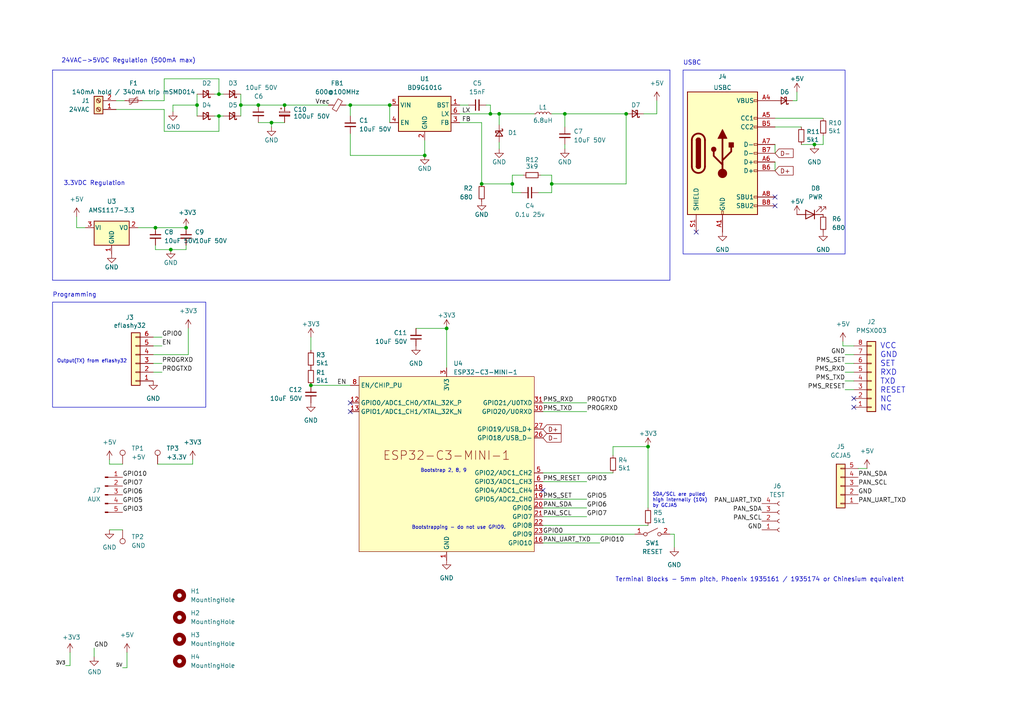
<source format=kicad_sch>
(kicad_sch (version 20230121) (generator eeschema)
  (paper "A4")
  (lib_symbols
    (symbol "Connector:Conn_01x04_Socket" (pin_names (offset 1.016) hide)
      (property "Reference" "J" (at 0 5.08 0))
      (property "Value" "Conn_01x04_Socket" (at 0 -7.62 0))
      (symbol "Conn_01x04_Socket_1_1"
        (pin passive line (at -5.08 2.54 0) (length 3.81) (name "Pin_1") (number "1"))
        (pin passive line (at -5.08 0 0) (length 3.81) (name "Pin_2") (number "2"))
        (pin passive line (at -5.08 -2.54 0) (length 3.81) (name "Pin_3") (number "3"))
        (pin passive line (at -5.08 -5.08 0) (length 3.81) (name "Pin_4") (number "4"))
      )
    )
    (symbol "Connector:Conn_01x05_Pin" (pin_names (offset 1.016) hide)
      (property "Reference" "J" (at 0 7.62 0))
      (property "Value" "Conn_01x05_Pin" (at 0 -7.62 0))
      (symbol "Conn_01x05_Pin_1_1"
        (pin passive line (at 5.08 5.08 180) (length 3.81) (name "Pin_1") (number "1"))
        (pin passive line (at 5.08 2.54 180) (length 3.81) (name "Pin_2") (number "2"))
        (pin passive line (at 5.08 0 180) (length 3.81) (name "Pin_3") (number "3"))
        (pin passive line (at 5.08 -2.54 180) (length 3.81) (name "Pin_4") (number "4"))
        (pin passive line (at 5.08 -5.08 180) (length 3.81) (name "Pin_5") (number "5"))
      )
    )
    (symbol "Connector:Screw_Terminal_01x02" (pin_names (offset 1.016) hide)
      (property "Reference" "J" (at 0 2.54 0))
      (property "Value" "Screw_Terminal_01x02" (at 0 -5.08 0))
      (symbol "Screw_Terminal_01x02_1_1"
        (pin passive line (at -5.08 0 0) (length 3.81) (name "Pin_1") (number "1"))
        (pin passive line (at -5.08 -2.54 0) (length 3.81) (name "Pin_2") (number "2"))
      )
    )
    (symbol "Connector:TestPoint" (pin_numbers hide) (pin_names (offset 0.762) hide)
      (property "Reference" "TP" (at 0 6.858 0))
      (property "Value" "TestPoint" (at 0 5.08 0))
      (symbol "TestPoint_1_1"
        (pin passive line (at 0 0 90) (length 2.54) (name "1") (number "1"))
      )
    )
    (symbol "Connector:USB_C_Receptacle_USB2.0" (pin_names (offset 1.016))
      (property "Reference" "J" (at -10.16 19.05 0))
      (property "Value" "USB_C_Receptacle_USB2.0" (at 19.05 19.05 0))
      (symbol "USB_C_Receptacle_USB2.0_1_1"
        (pin passive line (at 0 -22.86 90) (length 5.08) (name "GND") (number "A1"))
        (pin passive line (at 0 -22.86 90) (length 5.08) hide (name "GND") (number "A12"))
        (pin passive line (at 15.24 15.24 180) (length 5.08) (name "VBUS") (number "A4"))
        (pin bidirectional line (at 15.24 10.16 180) (length 5.08) (name "CC1") (number "A5"))
        (pin bidirectional line (at 15.24 -2.54 180) (length 5.08) (name "D+") (number "A6"))
        (pin bidirectional line (at 15.24 2.54 180) (length 5.08) (name "D-") (number "A7"))
        (pin bidirectional line (at 15.24 -12.7 180) (length 5.08) (name "SBU1") (number "A8"))
        (pin passive line (at 15.24 15.24 180) (length 5.08) hide (name "VBUS") (number "A9"))
        (pin passive line (at 0 -22.86 90) (length 5.08) hide (name "GND") (number "B1"))
        (pin passive line (at 0 -22.86 90) (length 5.08) hide (name "GND") (number "B12"))
        (pin passive line (at 15.24 15.24 180) (length 5.08) hide (name "VBUS") (number "B4"))
        (pin bidirectional line (at 15.24 7.62 180) (length 5.08) (name "CC2") (number "B5"))
        (pin bidirectional line (at 15.24 -5.08 180) (length 5.08) (name "D+") (number "B6"))
        (pin bidirectional line (at 15.24 0 180) (length 5.08) (name "D-") (number "B7"))
        (pin bidirectional line (at 15.24 -15.24 180) (length 5.08) (name "SBU2") (number "B8"))
        (pin passive line (at 15.24 15.24 180) (length 5.08) hide (name "VBUS") (number "B9"))
        (pin passive line (at -7.62 -22.86 90) (length 5.08) (name "SHIELD") (number "S1"))
      )
    )
    (symbol "Connector_Generic:Conn_01x05" (pin_names (offset 1.016) hide)
      (property "Reference" "J" (at 0 7.62 0))
      (property "Value" "Conn_01x05" (at 0 -7.62 0))
      (symbol "Conn_01x05_1_1"
        (pin passive line (at -5.08 5.08 0) (length 3.81) (name "Pin_1") (number "1"))
        (pin passive line (at -5.08 2.54 0) (length 3.81) (name "Pin_2") (number "2"))
        (pin passive line (at -5.08 0 0) (length 3.81) (name "Pin_3") (number "3"))
        (pin passive line (at -5.08 -2.54 0) (length 3.81) (name "Pin_4") (number "4"))
        (pin passive line (at -5.08 -5.08 0) (length 3.81) (name "Pin_5") (number "5"))
      )
    )
    (symbol "Connector_Generic:Conn_01x06" (pin_names (offset 1.016) hide)
      (property "Reference" "J" (at 0 7.62 0))
      (property "Value" "Conn_01x06" (at 0 -10.16 0))
      (symbol "Conn_01x06_1_1"
        (pin passive line (at -5.08 5.08 0) (length 3.81) (name "Pin_1") (number "1"))
        (pin passive line (at -5.08 2.54 0) (length 3.81) (name "Pin_2") (number "2"))
        (pin passive line (at -5.08 0 0) (length 3.81) (name "Pin_3") (number "3"))
        (pin passive line (at -5.08 -2.54 0) (length 3.81) (name "Pin_4") (number "4"))
        (pin passive line (at -5.08 -5.08 0) (length 3.81) (name "Pin_5") (number "5"))
        (pin passive line (at -5.08 -7.62 0) (length 3.81) (name "Pin_6") (number "6"))
      )
    )
    (symbol "Connector_Generic:Conn_01x08" (pin_names (offset 1.016) hide)
      (property "Reference" "J" (at 0 10.16 0))
      (property "Value" "Conn_01x08" (at 0 -12.7 0))
      (symbol "Conn_01x08_1_1"
        (pin passive line (at -5.08 7.62 0) (length 3.81) (name "Pin_1") (number "1"))
        (pin passive line (at -5.08 5.08 0) (length 3.81) (name "Pin_2") (number "2"))
        (pin passive line (at -5.08 2.54 0) (length 3.81) (name "Pin_3") (number "3"))
        (pin passive line (at -5.08 0 0) (length 3.81) (name "Pin_4") (number "4"))
        (pin passive line (at -5.08 -2.54 0) (length 3.81) (name "Pin_5") (number "5"))
        (pin passive line (at -5.08 -5.08 0) (length 3.81) (name "Pin_6") (number "6"))
        (pin passive line (at -5.08 -7.62 0) (length 3.81) (name "Pin_7") (number "7"))
        (pin passive line (at -5.08 -10.16 0) (length 3.81) (name "Pin_8") (number "8"))
      )
    )
    (symbol "Device:C_Polarized_Small" (pin_numbers hide) (pin_names (offset 0.254) hide)
      (property "Reference" "C" (at 0.254 1.778 0))
      (property "Value" "C_Polarized_Small" (at 0.254 -2.032 0))
      (symbol "C_Polarized_Small_1_1"
        (pin passive line (at 0 2.54 270) (length 1.8542) (name "~") (number "1"))
        (pin passive line (at 0 -2.54 90) (length 1.8542) (name "~") (number "2"))
      )
    )
    (symbol "Device:C_Small" (pin_numbers hide) (pin_names (offset 0.254) hide)
      (property "Reference" "C" (at 0.254 1.778 0))
      (property "Value" "C_Small" (at 0.254 -2.032 0))
      (symbol "C_Small_1_1"
        (pin passive line (at 0 2.54 270) (length 2.032) (name "~") (number "1"))
        (pin passive line (at 0 -2.54 90) (length 2.032) (name "~") (number "2"))
      )
    )
    (symbol "Device:D_Schottky_Small" (pin_numbers hide) (pin_names (offset 0.254) hide)
      (property "Reference" "D" (at -1.27 2.032 0))
      (property "Value" "D_Schottky_Small" (at -7.112 -2.032 0))
      (symbol "D_Schottky_Small_1_1"
        (pin passive line (at -2.54 0 0) (length 1.778) (name "K") (number "1"))
        (pin passive line (at 2.54 0 180) (length 1.778) (name "A") (number "2"))
      )
    )
    (symbol "Device:FerriteBead_Small" (pin_numbers hide) (pin_names (offset 0))
      (property "Reference" "FB" (at 1.905 1.27 0))
      (property "Value" "FerriteBead_Small" (at 1.905 -1.27 0))
      (symbol "FerriteBead_Small_1_1"
        (pin passive line (at 0 2.54 270) (length 1.27) (name "~") (number "1"))
        (pin passive line (at 0 -2.54 90) (length 1.27) (name "~") (number "2"))
      )
    )
    (symbol "Device:LED" (pin_numbers hide) (pin_names (offset 1.016) hide)
      (property "Reference" "D" (at 0 2.54 0))
      (property "Value" "LED" (at 0 -2.54 0))
      (symbol "LED_1_1"
        (pin passive line (at -3.81 0 0) (length 2.54) (name "K") (number "1"))
        (pin passive line (at 3.81 0 180) (length 2.54) (name "A") (number "2"))
      )
    )
    (symbol "Device:L_Small" (pin_numbers hide) (pin_names (offset 0.254) hide)
      (property "Reference" "L" (at 0.762 1.016 0))
      (property "Value" "L_Small" (at 0.762 -1.016 0))
      (symbol "L_Small_1_1"
        (pin passive line (at 0 2.54 270) (length 0.508) (name "~") (number "1"))
        (pin passive line (at 0 -2.54 90) (length 0.508) (name "~") (number "2"))
      )
    )
    (symbol "Device:Polyfuse_Small" (pin_numbers hide) (pin_names (offset 0))
      (property "Reference" "F" (at -1.905 0 90))
      (property "Value" "Polyfuse_Small" (at 1.905 0 90))
      (symbol "Polyfuse_Small_1_1"
        (pin passive line (at 0 2.54 270) (length 0.635) (name "~") (number "1"))
        (pin passive line (at 0 -2.54 90) (length 0.635) (name "~") (number "2"))
      )
    )
    (symbol "Device:R_Small" (pin_numbers hide) (pin_names (offset 0.254) hide)
      (property "Reference" "R" (at 0.762 0.508 0))
      (property "Value" "R_Small" (at 0.762 -1.016 0))
      (symbol "R_Small_1_1"
        (pin passive line (at 0 2.54 270) (length 0.762) (name "~") (number "1"))
        (pin passive line (at 0 -2.54 90) (length 0.762) (name "~") (number "2"))
      )
    )
    (symbol "Espressif:ESP32-C3-MINI-1"
      (property "Reference" "U" (at -25.4 30.48 0))
      (property "Value" "ESP32-C3-MINI-1" (at -25.4 27.94 0))
      (symbol "ESP32-C3-MINI-1_0_0"
        (text "ESP32-C3-MINI-1" (at 0 2.54 0) (effects (font (size 2.54 2.54))))
      )
      (symbol "ESP32-C3-MINI-1_1_1"
        (pin power_in line (at 0 -27.94 90) (length 2.54) (name "GND") (number "1"))
        (pin no_connect line (at -25.4 2.54 0) (length 2.54) hide (name "NC") (number "10"))
        (pin passive line (at 0 -27.94 90) (length 2.54) hide (name "GND") (number "11"))
        (pin bidirectional line (at -27.94 17.78 0) (length 2.54) (name "GPIO0/ADC1_CH0/XTAL_32K_P") (number "12"))
        (pin bidirectional line (at -27.94 15.24 0) (length 2.54) (name "GPIO1/ADC1_CH1/XTAL_32K_N") (number "13"))
        (pin passive line (at 0 -27.94 90) (length 2.54) hide (name "GND") (number "14"))
        (pin no_connect line (at -25.4 0 0) (length 2.54) hide (name "NC") (number "15"))
        (pin bidirectional line (at 27.94 -22.86 180) (length 2.54) (name "GPIO10") (number "16"))
        (pin no_connect line (at -25.4 -2.54 0) (length 2.54) hide (name "NC") (number "17"))
        (pin bidirectional line (at 27.94 -7.62 180) (length 2.54) (name "GPIO4/ADC1_CH4") (number "18"))
        (pin bidirectional line (at 27.94 -10.16 180) (length 2.54) (name "GPIO5/ADC2_CH0") (number "19"))
        (pin passive line (at 0 -27.94 90) (length 2.54) hide (name "GND") (number "2"))
        (pin bidirectional line (at 27.94 -12.7 180) (length 2.54) (name "GPIO6") (number "20"))
        (pin bidirectional line (at 27.94 -15.24 180) (length 2.54) (name "GPIO7") (number "21"))
        (pin bidirectional line (at 27.94 -17.78 180) (length 2.54) (name "GPIO8") (number "22"))
        (pin bidirectional line (at 27.94 -20.32 180) (length 2.54) (name "GPIO9") (number "23"))
        (pin no_connect line (at -25.4 -5.08 0) (length 2.54) hide (name "NC") (number "24"))
        (pin no_connect line (at -25.4 -7.62 0) (length 2.54) hide (name "NC") (number "25"))
        (pin bidirectional line (at 27.94 7.62 180) (length 2.54) (name "GPIO18/USB_D-") (number "26"))
        (pin bidirectional line (at 27.94 10.16 180) (length 2.54) (name "GPIO19/USB_D+") (number "27"))
        (pin no_connect line (at -25.4 -10.16 0) (length 2.54) hide (name "NC") (number "28"))
        (pin no_connect line (at -25.4 -12.7 0) (length 2.54) hide (name "NC") (number "29"))
        (pin power_in line (at 0 27.94 270) (length 2.54) (name "3V3") (number "3"))
        (pin bidirectional line (at 27.94 15.24 180) (length 2.54) (name "GPIO20/U0RXD") (number "30"))
        (pin bidirectional line (at 27.94 17.78 180) (length 2.54) (name "GPIO21/U0TXD") (number "31"))
        (pin no_connect line (at -25.4 -15.24 0) (length 2.54) hide (name "NC") (number "32"))
        (pin no_connect line (at -25.4 -17.78 0) (length 2.54) hide (name "NC") (number "33"))
        (pin no_connect line (at -25.4 -20.32 0) (length 2.54) hide (name "NC") (number "34"))
        (pin no_connect line (at -25.4 -22.86 0) (length 2.54) hide (name "NC") (number "35"))
        (pin passive line (at 0 -27.94 90) (length 2.54) hide (name "GND") (number "36"))
        (pin passive line (at 0 -27.94 90) (length 2.54) hide (name "GND") (number "37"))
        (pin passive line (at 0 -27.94 90) (length 2.54) hide (name "GND") (number "38"))
        (pin passive line (at 0 -27.94 90) (length 2.54) hide (name "GND") (number "39"))
        (pin no_connect line (at -25.4 10.16 0) (length 2.54) hide (name "NC") (number "4"))
        (pin passive line (at 0 -27.94 90) (length 2.54) hide (name "GND") (number "40"))
        (pin passive line (at 0 -27.94 90) (length 2.54) hide (name "GND") (number "41"))
        (pin passive line (at 0 -27.94 90) (length 2.54) hide (name "GND") (number "42"))
        (pin passive line (at 0 -27.94 90) (length 2.54) hide (name "GND") (number "43"))
        (pin passive line (at 0 -27.94 90) (length 2.54) hide (name "GND") (number "44"))
        (pin passive line (at 0 -27.94 90) (length 2.54) hide (name "GND") (number "45"))
        (pin passive line (at 0 -27.94 90) (length 2.54) hide (name "GND") (number "46"))
        (pin passive line (at 0 -27.94 90) (length 2.54) hide (name "GND") (number "47"))
        (pin passive line (at 0 -27.94 90) (length 2.54) hide (name "GND") (number "48"))
        (pin passive line (at 0 -27.94 90) (length 2.54) hide (name "GND") (number "49"))
        (pin bidirectional line (at 27.94 -2.54 180) (length 2.54) (name "GPIO2/ADC1_CH2") (number "5"))
        (pin passive line (at 0 -27.94 90) (length 2.54) hide (name "GND") (number "50"))
        (pin passive line (at 0 -27.94 90) (length 2.54) hide (name "GND") (number "51"))
        (pin passive line (at 0 -27.94 90) (length 2.54) hide (name "GND") (number "52"))
        (pin passive line (at 0 -27.94 90) (length 2.54) hide (name "GND") (number "53"))
        (pin bidirectional line (at 27.94 -5.08 180) (length 2.54) (name "GPIO3/ADC1_CH3") (number "6"))
        (pin no_connect line (at -25.4 7.62 0) (length 2.54) hide (name "NC") (number "7"))
        (pin input line (at -27.94 22.86 0) (length 2.54) (name "EN/CHIP_PU") (number "8"))
        (pin no_connect line (at -25.4 5.08 0) (length 2.54) hide (name "NC") (number "9"))
      )
    )
    (symbol "GND_1" (power) (pin_names (offset 0))
      (property "Value" "GND_1" (at 0 -3.81 0))
      (symbol "GND_1_1_1"
        (pin power_in line (at 0 0 270) (length 0) hide (name "GND") (number "1"))
      )
    )
    (symbol "Mechanical:MountingHole" (pin_names (offset 1.016))
      (property "Reference" "H" (at 0 5.08 0))
      (property "Value" "MountingHole" (at 0 3.175 0))
    )
    (symbol "Regulator_Linear:AP1117-33" (pin_names (offset 0.254))
      (property "Reference" "U" (at -3.81 3.175 0))
      (property "Value" "AP1117-33" (at 0 3.175 0))
      (symbol "AP1117-33_1_1"
        (pin power_in line (at 0 -7.62 90) (length 2.54) (name "GND") (number "1"))
        (pin power_out line (at 7.62 0 180) (length 2.54) (name "VO") (number "2"))
        (pin power_in line (at -7.62 0 0) (length 2.54) (name "VI") (number "3"))
      )
    )
    (symbol "Regulator_Switching:AOZ1280CI"
      (property "Reference" "U" (at -6.35 -6.35 0))
      (property "Value" "AOZ1280CI" (at -2.54 6.35 0))
      (symbol "AOZ1280CI_1_1"
        (pin input line (at 10.16 2.54 180) (length 2.54) (name "BST") (number "1"))
        (pin power_in line (at 0 -7.62 90) (length 2.54) (name "GND") (number "2"))
        (pin input line (at 10.16 -2.54 180) (length 2.54) (name "FB") (number "3"))
        (pin input line (at -10.16 -2.54 0) (length 2.54) (name "EN") (number "4"))
        (pin power_in line (at -10.16 2.54 0) (length 2.54) (name "VIN") (number "5"))
        (pin power_out line (at 10.16 0 180) (length 2.54) (name "LX") (number "6"))
      )
    )
    (symbol "Switch:SW_SPST" (pin_names (offset 0) hide)
      (property "Reference" "SW" (at 0 3.175 0))
      (property "Value" "SW_SPST" (at 0 -2.54 0))
      (symbol "SW_SPST_1_1"
        (pin passive line (at -5.08 0 0) (length 2.54) (name "A") (number "1"))
        (pin passive line (at 5.08 0 180) (length 2.54) (name "B") (number "2"))
      )
    )
    (symbol "power:+3V3" (power) (pin_names (offset 0))
      (property "Value" "+3V3" (at 0 3.556 0))
      (symbol "+3V3_1_1"
        (pin power_in line (at 0 0 90) (length 0) hide (name "+3V3") (number "1"))
      )
    )
    (symbol "power:+5V" (power) (pin_names (offset 0))
      (property "Value" "+5V" (at 0 3.556 0))
      (symbol "+5V_1_1"
        (pin power_in line (at 0 0 90) (length 0) hide (name "+5V") (number "1"))
      )
    )
    (symbol "power:GND" (power) (pin_names (offset 0))
      (property "Value" "GND" (at 0 -3.81 0))
      (symbol "GND_1_1"
        (pin power_in line (at 0 0 270) (length 0) hide (name "GND") (number "1"))
      )
    )
  )
  (junction (at 236.22 41.91))
  (junction (at 82.55 30.48))
  (junction (at 63.5 27.305))
  (junction (at 53.975 66.04))
  (junction (at 69.85 30.48))
  (junction (at 123.19 45.085))
  (junction (at 181.61 33.02))
  (junction (at 45.085 66.04))
  (junction (at 78.74 35.56))
  (junction (at 57.15 30.48))
  (junction (at 113.03 30.48))
  (junction (at 63.5 33.655))
  (junction (at 49.53 72.39))
  (junction (at 142.24 33.02))
  (junction (at 90.17 111.76))
  (junction (at 163.83 33.02))
  (junction (at 187.96 129.54))
  (junction (at 74.93 30.48))
  (junction (at 129.54 95.25))
  (junction (at 160.02 53.34))
  (junction (at 148.59 53.34))
  (junction (at 139.7 53.34))
  (junction (at 144.78 33.02))
  (junction (at 101.6 30.48))
  (no_connect (at 201.93 67.31))
  (no_connect (at 247.65 118.11))
  (no_connect (at 224.79 59.69))
  (no_connect (at 157.48 142.24))
  (no_connect (at 101.6 116.84))
  (no_connect (at 247.65 115.57))
  (no_connect (at 224.79 57.15))
  (no_connect (at 101.6 119.38))
  (wire (pts (xy 45.085 72.39) (xy 49.53 72.39)))
  (wire (pts (xy 129.54 95.25) (xy 129.54 106.68)))
  (wire (pts (xy 41.275 29.21) (xy 47.625 29.21)))
  (wire (pts (xy 160.02 55.88) (xy 156.21 55.88)))
  (wire (pts (xy 194.31 154.94) (xy 195.58 154.94)))
  (wire (pts (xy 231.14 29.21) (xy 231.14 26.67)))
  (wire (pts (xy 157.48 154.94) (xy 184.15 154.94)))
  (wire (pts (xy 45.085 66.04) (xy 53.975 66.04)))
  (wire (pts (xy 50.165 30.48) (xy 57.15 30.48)))
  (polyline (pts (xy 194.31 20.32) (xy 194.31 81.28)))
  (wire (pts (xy 45.72 134.62) (xy 55.88 134.62)))
  (wire (pts (xy 101.6 45.085) (xy 123.19 45.085)))
  (wire (pts (xy 35.56 193.675) (xy 36.83 193.675)))
  (wire (pts (xy 63.5 33.655) (xy 63.5 38.1)))
  (wire (pts (xy 157.48 157.48) (xy 173.99 157.48)))
  (wire (pts (xy 55.88 134.62) (xy 55.88 133.35)))
  (wire (pts (xy 157.48 144.78) (xy 170.18 144.78)))
  (polyline (pts (xy 194.31 81.28) (xy 15.24 81.28)))
  (wire (pts (xy 247.65 100.33) (xy 244.475 100.33)))
  (wire (pts (xy 36.83 189.23) (xy 36.83 193.675)))
  (wire (pts (xy 90.17 111.76) (xy 101.6 111.76)))
  (wire (pts (xy 148.59 53.34) (xy 148.59 55.88)))
  (wire (pts (xy 244.475 100.33) (xy 244.475 99.06)))
  (wire (pts (xy 224.79 46.99) (xy 224.79 49.53)))
  (wire (pts (xy 62.23 33.655) (xy 63.5 33.655)))
  (wire (pts (xy 157.48 149.86) (xy 170.18 149.86)))
  (wire (pts (xy 177.8 132.08) (xy 177.8 129.54)))
  (wire (pts (xy 123.19 40.64) (xy 123.19 45.085)))
  (wire (pts (xy 157.48 137.16) (xy 177.8 137.16)))
  (wire (pts (xy 69.85 27.305) (xy 69.85 30.48)))
  (wire (pts (xy 44.45 100.33) (xy 46.99 100.33)))
  (wire (pts (xy 245.11 107.95) (xy 247.65 107.95)))
  (wire (pts (xy 31.75 134.62) (xy 31.75 133.35)))
  (wire (pts (xy 63.5 33.655) (xy 64.77 33.655)))
  (wire (pts (xy 160.02 53.34) (xy 160.02 55.88)))
  (wire (pts (xy 139.7 53.34) (xy 148.59 53.34)))
  (wire (pts (xy 163.83 33.02) (xy 160.02 33.02)))
  (wire (pts (xy 74.93 30.48) (xy 82.55 30.48)))
  (wire (pts (xy 35.56 134.62) (xy 31.75 134.62)))
  (wire (pts (xy 27.305 187.96) (xy 27.305 190.5)))
  (wire (pts (xy 224.79 34.29) (xy 238.76 34.29)))
  (wire (pts (xy 82.55 35.56) (xy 78.74 35.56)))
  (wire (pts (xy 57.15 27.305) (xy 57.15 30.48)))
  (wire (pts (xy 133.35 30.48) (xy 135.89 30.48)))
  (wire (pts (xy 139.7 35.56) (xy 133.35 35.56)))
  (wire (pts (xy 177.8 129.54) (xy 187.96 129.54)))
  (polyline (pts (xy 15.24 20.32) (xy 194.31 20.32)))
  (wire (pts (xy 47.625 22.86) (xy 63.5 22.86)))
  (wire (pts (xy 50.165 30.48) (xy 50.165 32.385)))
  (wire (pts (xy 160.02 53.34) (xy 181.61 53.34)))
  (wire (pts (xy 40.005 66.04) (xy 45.085 66.04)))
  (wire (pts (xy 163.83 36.83) (xy 163.83 33.02)))
  (wire (pts (xy 181.61 33.02) (xy 181.61 53.34)))
  (wire (pts (xy 142.24 30.48) (xy 142.24 33.02)))
  (wire (pts (xy 236.22 41.91) (xy 238.76 41.91)))
  (wire (pts (xy 100.33 30.48) (xy 101.6 30.48)))
  (wire (pts (xy 46.99 105.41) (xy 44.45 105.41)))
  (wire (pts (xy 45.085 71.12) (xy 45.085 72.39)))
  (wire (pts (xy 232.41 41.91) (xy 236.22 41.91)))
  (wire (pts (xy 33.655 31.75) (xy 47.625 31.75)))
  (wire (pts (xy 224.79 41.91) (xy 224.79 44.45)))
  (wire (pts (xy 57.15 30.48) (xy 57.15 33.655)))
  (wire (pts (xy 160.02 50.8) (xy 160.02 53.34)))
  (wire (pts (xy 63.5 27.305) (xy 63.5 22.86)))
  (wire (pts (xy 33.655 29.21) (xy 36.195 29.21)))
  (wire (pts (xy 46.99 97.79) (xy 44.45 97.79)))
  (wire (pts (xy 186.69 33.02) (xy 190.5 33.02)))
  (wire (pts (xy 63.5 38.1) (xy 47.625 38.1)))
  (wire (pts (xy 224.79 36.83) (xy 232.41 36.83)))
  (wire (pts (xy 53.975 72.39) (xy 49.53 72.39)))
  (wire (pts (xy 53.975 71.12) (xy 53.975 72.39)))
  (wire (pts (xy 144.78 33.02) (xy 154.94 33.02)))
  (wire (pts (xy 101.6 30.48) (xy 113.03 30.48)))
  (wire (pts (xy 157.48 147.32) (xy 170.18 147.32)))
  (wire (pts (xy 54.61 102.87) (xy 54.61 95.25)))
  (wire (pts (xy 44.45 102.87) (xy 54.61 102.87)))
  (wire (pts (xy 69.85 30.48) (xy 74.93 30.48)))
  (wire (pts (xy 148.59 55.88) (xy 151.13 55.88)))
  (wire (pts (xy 133.35 33.02) (xy 142.24 33.02)))
  (wire (pts (xy 157.48 119.38) (xy 170.18 119.38)))
  (wire (pts (xy 163.83 43.18) (xy 163.83 41.91)))
  (wire (pts (xy 31.75 153.67) (xy 35.56 153.67)))
  (wire (pts (xy 20.32 193.04) (xy 19.05 193.04)))
  (wire (pts (xy 139.7 53.34) (xy 139.7 35.56)))
  (wire (pts (xy 101.6 30.48) (xy 101.6 33.655)))
  (wire (pts (xy 187.96 129.54) (xy 187.96 147.32)))
  (wire (pts (xy 247.65 102.87) (xy 245.11 102.87)))
  (wire (pts (xy 245.11 113.03) (xy 247.65 113.03)))
  (wire (pts (xy 157.48 116.84) (xy 170.18 116.84)))
  (wire (pts (xy 69.85 30.48) (xy 69.85 33.655)))
  (wire (pts (xy 156.845 50.8) (xy 160.02 50.8)))
  (wire (pts (xy 140.97 30.48) (xy 142.24 30.48)))
  (wire (pts (xy 129.54 95.25) (xy 120.65 95.25)))
  (wire (pts (xy 245.11 105.41) (xy 247.65 105.41)))
  (wire (pts (xy 74.93 35.56) (xy 78.74 35.56)))
  (wire (pts (xy 238.76 41.91) (xy 238.76 39.37)))
  (wire (pts (xy 63.5 27.305) (xy 64.77 27.305)))
  (wire (pts (xy 20.32 189.23) (xy 20.32 193.04)))
  (wire (pts (xy 163.83 33.02) (xy 181.61 33.02)))
  (wire (pts (xy 248.92 135.89) (xy 251.46 135.89)))
  (wire (pts (xy 78.74 35.56) (xy 78.74 36.83)))
  (wire (pts (xy 82.55 30.48) (xy 95.25 30.48)))
  (wire (pts (xy 148.59 50.8) (xy 151.765 50.8)))
  (wire (pts (xy 22.225 66.04) (xy 22.225 62.865)))
  (wire (pts (xy 148.59 50.8) (xy 148.59 53.34)))
  (wire (pts (xy 229.87 29.21) (xy 231.14 29.21)))
  (wire (pts (xy 142.24 33.02) (xy 144.78 33.02)))
  (wire (pts (xy 144.78 43.18) (xy 144.78 41.275)))
  (wire (pts (xy 24.765 66.04) (xy 22.225 66.04)))
  (wire (pts (xy 190.5 29.21) (xy 190.5 33.02)))
  (wire (pts (xy 44.45 107.95) (xy 46.99 107.95)))
  (wire (pts (xy 101.6 38.735) (xy 101.6 45.085)))
  (wire (pts (xy 113.03 30.48) (xy 113.03 35.56)))
  (polyline (pts (xy 15.24 20.32) (xy 15.24 81.28)))
  (wire (pts (xy 157.48 152.4) (xy 187.96 152.4)))
  (wire (pts (xy 62.23 27.305) (xy 63.5 27.305)))
  (wire (pts (xy 245.11 110.49) (xy 247.65 110.49)))
  (wire (pts (xy 144.78 36.195) (xy 144.78 33.02)))
  (wire (pts (xy 47.625 29.21) (xy 47.625 22.86)))
  (wire (pts (xy 90.17 97.79) (xy 90.17 101.6)))
  (wire (pts (xy 47.625 38.1) (xy 47.625 31.75)))
  (wire (pts (xy 195.58 154.94) (xy 195.58 158.75)))
  (wire (pts (xy 157.48 139.7) (xy 170.18 139.7)))
  (rectangle (start 198.12 20.32) (end 245.11 73.66))
  (rectangle (start 15.24 87.63) (end 59.69 118.11))
  (text "VCC\nGND\nSET\nRXD\nTXD\nRESET\nNC\nNC" (at 255.27 119.38 0) (effects (font (size 1.6 1.6)) (justify left bottom)))
  (text "Bootstrapping - do not use GPIO9." (at 119.38 153.67 0) (effects (font (size 1 1)) (justify left bottom)))
  (text "Programming" (at 15.24 86.36 0) (effects (font (size 1.27 1.27)) (justify left bottom)))
  (text "3.3VDC Regulation" (at 18.415 53.975 0) (effects (font (size 1.27 1.27)) (justify left bottom)))
  (text "Bootstrap 2, 8, 9" (at 121.92 137.16 0) (effects (font (size 1 1)) (justify left bottom)))
  (text "USBC" (at 198.12 19.05 0) (effects (font (size 1.27 1.27)) (justify left bottom)))
  (text "24VAC->5VDC Regulation (500mA max)" (at 17.78 18.415 0) (effects (font (size 1.27 1.27)) (justify left bottom)))
  (text "Terminal Blocks - 5mm pitch, Phoenix 1935161 / 1935174 or Chinesium equivalent" (at 178.435 168.91 0) (effects (font (size 1.27 1.27)) (justify left bottom)))
  (text "Output(TX) from eflashy32" (at 16.51 105.41 0) (effects (font (size 1 1)) (justify left bottom)))
  (text "SDA/SCL are pulled \nhigh internally (10k)\nby GCJA5" (at 189.23 147.32 0) (effects (font (size 1 1)) (justify left bottom)))
  (label "GND" (at 245.11 102.87 180))
  (label "GPIO5" (at 35.56 146.05 0))
  (label "PAN_UART_TXD" (at 248.92 146.05 0))
  (label "GPIO10" (at 35.56 138.43 0))
  (label "GPIO6" (at 170.18 147.32 0))
  (label "GPIO0" (at 46.99 97.79 0))
  (label "GPIO3" (at 35.56 148.59 0))
  (label "PAN_SDA" (at 220.98 148.59 180))
  (label "GPIO0" (at 157.48 154.94 0))
  (label "PAN_SDA" (at 157.48 147.32 0))
  (label "PROGRXD" (at 170.18 119.38 0))
  (label "PAN_SCL" (at 220.98 151.13 180))
  (label "PMS_SET" (at 157.48 144.78 0))
  (label "Vrec" (at 91.44 30.48 0))
  (label "EN" (at 46.99 100.33 0))
  (label "GND" (at 220.98 153.67 180))
  (label "PROGRXD" (at 46.99 105.41 0))
  (label "PROGTXD" (at 46.99 107.95 0))
  (label "LX" (at 133.985 33.02 0))
  (label "PAN_SCL" (at 248.92 140.97 0))
  (label "PMS_RXD" (at 245.11 107.95 180))
  (label "GND" (at 248.92 143.51 0))
  (label "PMS_RESET" (at 157.48 139.7 0))
  (label "PMS_RESET" (at 245.11 113.03 180))
  (label "PAN_UART_TXD" (at 157.48 157.48 0))
  (label "GPIO7" (at 170.18 149.86 0))
  (label "5V" (at 35.56 193.675 180) (effects (font (size 0.9906 0.9906))))
  (label "GPIO7" (at 35.56 140.97 0))
  (label "PAN_SDA" (at 248.92 138.43 0))
  (label "GND" (at 27.305 187.96 0))
  (label "FB" (at 133.985 35.56 0))
  (label "PMS_TXD" (at 157.48 119.38 0))
  (label "PAN_UART_TXD" (at 220.98 146.05 180))
  (label "EN" (at 97.79 111.76 0))
  (label "PROGTXD" (at 170.18 116.84 0))
  (label "PMS_TXD" (at 245.11 110.49 180))
  (label "PMS_SET" (at 245.11 105.41 180))
  (label "GPIO6" (at 35.56 143.51 0))
  (label "GPIO3" (at 170.18 139.7 0))
  (label "GPIO5" (at 170.18 144.78 0))
  (label "PAN_SCL" (at 157.48 149.86 0))
  (label "3V3" (at 19.05 193.04 180) (effects (font (size 0.9906 0.9906))))
  (label "GPIO10" (at 173.99 157.48 0))
  (label "PMS_RXD" (at 157.48 116.84 0))
  (global_label "D+" (shape input) (at 157.48 124.46 0) (property "Intersheetrefs" "${INTERSHEET_REFS}" (effects hide)))
  (global_label "D-" (shape input) (at 157.48 127 0) (property "Intersheetrefs" "${INTERSHEET_REFS}" (effects hide)))
  (global_label "D-" (shape input) (at 224.79 44.45 0) (property "Intersheetrefs" "${INTERSHEET_REFS}" (effects hide)))
  (global_label "D+" (shape input) (at 224.79 49.53 0) (property "Intersheetrefs" "${INTERSHEET_REFS}" (effects hide)))
  (symbol (lib_id "power:+3V3") (at 20.32 189.23 0) (unit 1)
    (property "Reference" "#PWR016" (effects hide))
    (property "Value" "+3V3" (at 20.701 184.8358 0))
  )
  (symbol (lib_name "GND_1") (lib_id "power:GND") (at 31.75 153.67 0) (unit 1)
    (property "Reference" "#PWR017" (effects hide))
    (property "Value" "GND" (at 31.75 158.75 0))
  )
  (symbol (lib_id "power:GND") (at 163.83 43.18 0) (unit 1)
    (property "Reference" "#PWR0108" (effects hide))
    (property "Value" "GND" (at 163.83 46.99 0))
  )
  (symbol (lib_name "GND_1") (lib_id "power:GND") (at 90.17 116.84 0) (unit 1)
    (property "Reference" "#PWR05" (effects hide))
    (property "Value" "GND" (at 90.17 121.92 0))
  )
  (symbol (lib_name "GND_1") (lib_id "power:GND") (at 209.55 67.31 0) (unit 1)
    (property "Reference" "#PWR013" (effects hide))
    (property "Value" "GND" (at 209.55 72.39 0))
  )
  (symbol (lib_id "Connector:Conn_01x04_Socket") (at 226.06 151.13 0) (mirror x) (unit 1)
    (property "Reference" "J6" (at 225.425 140.97 0))
    (property "Value" "TEST" (at 225.425 143.51 0))
    (property "Footprint" "Connector_PinHeader_2.54mm:PinHeader_1x04_P2.54mm_Vertical" (effects hide))
  )
  (symbol (lib_id "Regulator_Linear:AP1117-33") (at 32.385 66.04 0) (unit 1)
    (property "Reference" "U3" (at 32.385 58.42 0))
    (property "Value" "AMS1117-3.3" (at 32.385 60.96 0))
    (property "Footprint" "Package_TO_SOT_SMD:SOT-223-3_TabPin2" (effects hide))
    (property "Datasheet" "http://www.diodes.com/datasheets/AP1117.pdf" (effects hide))
    (property "LCSC" "C6186" (effects hide))
  )
  (symbol (lib_name "GND_1") (lib_id "power:GND") (at 238.76 67.31 0) (unit 1)
    (property "Reference" "#PWR015" (effects hide))
    (property "Value" "GND" (at 238.76 72.39 0))
  )
  (symbol (lib_id "Connector:TestPoint") (at 35.56 153.67 180) (unit 1)
    (property "Reference" "TP2" (at 38.1 155.702 0) (effects (justify right)))
    (property "Value" "GND" (at 38.1 158.242 0) (effects (justify right)))
    (property "Footprint" "TestPoint:TestPoint_Pad_D2.5mm" (effects hide))
  )
  (symbol (lib_id "Mechanical:MountingHole") (at 52.07 172.72 0) (unit 1)
    (property "Reference" "H1" (at 55.245 171.4499 0) (effects (justify left)))
    (property "Value" "MountingHole" (at 55.245 173.9899 0) (effects (justify left)))
    (property "Footprint" "MountingHole:MountingHole_3.2mm_M3" (effects hide))
  )
  (symbol (lib_id "Device:L_Small") (at 157.48 33.02 90) (unit 1)
    (property "Reference" "L1" (at 157.48 31.115 90))
    (property "Value" "6.8uH" (at 157.48 34.925 90))
    (property "Footprint" "Inductor_SMD:L_Sunlord_SWPA5012S" (effects hide))
    (property "LCSC" "C96909" (effects hide))
  )
  (symbol (lib_id "power:+3V3") (at 54.61 95.25 0) (unit 1)
    (property "Reference" "#PWR06" (effects hide))
    (property "Value" "+3V3" (at 54.61 90.17 0))
  )
  (symbol (lib_id "Device:C_Small") (at 163.83 39.37 0) (unit 1)
    (property "Reference" "C7" (at 166.37 38.1063 0) (effects (justify left)))
    (property "Value" "10uF 50V" (at 166.37 40.6463 0) (effects (justify left)))
    (property "Footprint" "Capacitor_SMD:C_1206_3216Metric" (effects hide))
    (property "LCSC" "C13585" (effects hide))
  )
  (symbol (lib_id "power:GND") (at 78.74 36.83 0) (unit 1)
    (property "Reference" "#PWR0111" (effects hide))
    (property "Value" "GND" (at 78.74 40.64 0))
  )
  (symbol (lib_id "Device:C_Small") (at 53.975 68.58 0) (unit 1)
    (property "Reference" "C9" (at 56.515 67.31 0) (effects (justify left)))
    (property "Value" "10uF 50V" (at 56.515 69.85 0) (effects (justify left)))
    (property "Footprint" "Capacitor_SMD:C_1206_3216Metric" (effects hide))
    (property "LCSC" "C13585" (effects hide))
  )
  (symbol (lib_id "Device:R_Small") (at 154.305 50.8 90) (unit 1)
    (property "Reference" "R12" (at 154.305 46.355 90))
    (property "Value" "3k9" (at 154.305 48.26 90))
    (property "Footprint" "Resistor_SMD:R_0402_1005Metric" (effects hide))
    (property "LCSC" "C51721" (effects hide))
  )
  (symbol (lib_id "Device:C_Small") (at 90.17 114.3 0) (mirror x) (unit 1)
    (property "Reference" "C12" (at 87.63 113.0299 0) (effects (justify right)))
    (property "Value" "10uF 50V" (at 87.63 115.5699 0) (effects (justify right)))
    (property "Footprint" "Capacitor_SMD:C_1206_3216Metric" (effects hide))
    (property "LCSC" "C13585" (effects hide))
  )
  (symbol (lib_id "power:+5V") (at 231.14 62.23 0) (unit 1)
    (property "Reference" "#PWR014" (effects hide))
    (property "Value" "+5V" (at 231.14 58.42 0))
  )
  (symbol (lib_name "GND_1") (lib_id "power:GND") (at 129.54 162.56 0) (unit 1)
    (property "Reference" "#PWR07" (effects hide))
    (property "Value" "GND" (at 129.54 167.64 0))
  )
  (symbol (lib_id "Device:R_Small") (at 90.17 104.14 0) (unit 1)
    (property "Reference" "R3" (at 91.6686 102.9716 0) (effects (justify left)))
    (property "Value" "5k1" (at 91.6686 105.283 0) (effects (justify left)))
    (property "Footprint" "Resistor_SMD:R_0402_1005Metric" (effects hide))
    (property "LCSC" "C25905" (effects hide))
  )
  (symbol (lib_id "Switch:SW_SPST") (at 189.23 154.94 0) (unit 1)
    (property "Reference" "SW1" (at 189.23 157.48 0))
    (property "Value" "RESET" (at 189.23 160.02 0))
    (property "Footprint" "Button_Switch_SMD:SW_Push_1P1T_XKB_TS-1187A" (effects hide))
    (property "LCSC" "C318884" (effects hide))
  )
  (symbol (lib_id "Connector:USB_C_Receptacle_USB2.0") (at 209.55 44.45 0) (unit 1)
    (property "Reference" "J4" (at 209.55 22.225 0))
    (property "Value" "USBC" (at 209.55 25.4 0))
    (property "Footprint" "Connector_USB:USB_C_Receptacle_GCT_USB4105-xx-A_16P_TopMnt_Horizontal" (effects hide))
    (property "Datasheet" "https://www.usb.org/sites/default/files/documents/usb_type-c.zip" (effects hide))
    (property "LCSC" "C2765186" (effects hide))
  )
  (symbol (lib_id "Connector:TestPoint") (at 35.56 134.62 0) (unit 1)
    (property "Reference" "TP1" (at 38.1 130.048 0) (effects (justify left)))
    (property "Value" "+5V" (at 38.1 132.588 0) (effects (justify left)))
    (property "Footprint" "TestPoint:TestPoint_Pad_D2.5mm" (effects hide))
  )
  (symbol (lib_id "Device:C_Small") (at 138.43 30.48 90) (unit 1)
    (property "Reference" "C5" (at 138.4363 24.13 90))
    (property "Value" "15nF" (at 138.4363 26.67 90))
    (property "Footprint" "Capacitor_SMD:C_0603_1608Metric" (effects hide))
    (property "LCSC" "C1596" (effects hide))
  )
  (symbol (lib_id "Connector_Generic:Conn_01x08") (at 252.73 110.49 0) (mirror x) (unit 1)
    (property "Reference" "J2" (at 252.73 93.345 0))
    (property "Value" "PMSX003" (at 252.73 95.885 0))
    (property "Footprint" "Connector_Molex:Molex_PicoBlade_53261-0871_1x08-1MP_P1.25mm_Horizontal" (effects hide))
    (property "LCSC" "C293349" (effects hide))
  )
  (symbol (lib_id "power:+3V3") (at 53.975 66.04 0) (unit 1)
    (property "Reference" "#PWR0104" (effects hide))
    (property "Value" "+3V3" (at 54.356 61.6458 0))
  )
  (symbol (lib_id "power:+5V") (at 31.75 133.35 0) (unit 1)
    (property "Reference" "#PWR018" (effects hide))
    (property "Value" "+5V" (at 31.75 128.27 0))
  )
  (symbol (lib_id "power:GND") (at 32.385 73.66 0) (unit 1)
    (property "Reference" "#PWR0110" (effects hide))
    (property "Value" "GND" (at 32.385 77.47 0))
  )
  (symbol (lib_id "Device:R_Small") (at 177.8 134.62 0) (unit 1)
    (property "Reference" "R4" (at 179.2986 133.4516 0) (effects (justify left)))
    (property "Value" "5k1" (at 179.2986 135.763 0) (effects (justify left)))
    (property "Footprint" "Resistor_SMD:R_0402_1005Metric" (effects hide))
    (property "LCSC" "C25905" (effects hide))
  )
  (symbol (lib_id "Device:C_Small") (at 101.6 36.195 0) (unit 1)
    (property "Reference" "C1" (at 104.14 34.925 0) (effects (justify left)))
    (property "Value" "10uF 50V" (at 104.14 37.465 0) (effects (justify left)))
    (property "Footprint" "Capacitor_SMD:C_1206_3216Metric" (effects hide))
    (property "LCSC" "C13585" (effects hide))
  )
  (symbol (lib_id "Device:D_Schottky_Small") (at 67.31 33.655 180) (unit 1)
    (property "Reference" "D5" (at 67.564 30.48 0))
    (property "Value" "SS210" (effects hide))
    (property "Footprint" "Diode_SMD:D_SMA" (effects hide))
    (property "LCSC" "C14996" (effects hide))
  )
  (symbol (lib_name "GND_1") (lib_id "power:GND") (at 120.65 100.33 0) (unit 1)
    (property "Reference" "#PWR03" (effects hide))
    (property "Value" "GND" (at 120.65 105.41 0))
  )
  (symbol (lib_id "Device:D_Schottky_Small") (at 67.31 27.305 180) (unit 1)
    (property "Reference" "D3" (at 67.564 24.13 0))
    (property "Value" "SS210" (effects hide))
    (property "Footprint" "Diode_SMD:D_SMA" (effects hide))
    (property "LCSC" "C14996" (effects hide))
  )
  (symbol (lib_name "GND_1") (lib_id "power:GND") (at 195.58 158.75 0) (unit 1)
    (property "Reference" "#PWR010" (effects hide))
    (property "Value" "GND" (at 195.58 163.83 0))
  )
  (symbol (lib_id "Device:C_Small") (at 120.65 97.79 0) (mirror x) (unit 1)
    (property "Reference" "C11" (at 118.11 96.5199 0) (effects (justify right)))
    (property "Value" "10uF 50V" (at 118.11 99.0599 0) (effects (justify right)))
    (property "Footprint" "Capacitor_SMD:C_1206_3216Metric" (effects hide))
    (property "LCSC" "C13585" (effects hide))
  )
  (symbol (lib_id "Device:D_Schottky_Small") (at 59.69 33.655 180) (unit 1)
    (property "Reference" "D4" (at 59.944 30.48 0))
    (property "Value" "SS210" (effects hide))
    (property "Footprint" "Diode_SMD:D_SMA" (effects hide))
    (property "LCSC" "C14996" (effects hide))
  )
  (symbol (lib_id "Device:D_Schottky_Small") (at 227.33 29.21 180) (unit 1)
    (property "Reference" "D6" (at 227.584 26.67 0))
    (property "Value" "SS210" (effects hide))
    (property "Footprint" "Diode_SMD:D_SMA" (effects hide))
    (property "LCSC" "C14996" (effects hide))
  )
  (symbol (lib_id "Device:D_Schottky_Small") (at 59.69 27.305 180) (unit 1)
    (property "Reference" "D2" (at 59.944 24.13 0))
    (property "Value" "SS210" (effects hide))
    (property "Footprint" "Diode_SMD:D_SMA" (effects hide))
    (property "LCSC" "C14996" (effects hide))
  )
  (symbol (lib_id "Device:LED") (at 234.95 62.23 180) (unit 1)
    (property "Reference" "D8" (at 236.5375 54.61 0))
    (property "Value" "PWR" (at 236.5375 57.15 0))
    (property "Footprint" "LED_SMD:LED_0805_2012Metric" (effects hide))
    (property "LCSC" "C84256" (effects hide))
  )
  (symbol (lib_id "Connector_Generic:Conn_01x06") (at 39.37 105.41 180) (unit 1)
    (property "Reference" "J3" (at 37.6428 92.075 0))
    (property "Value" "eflashy32" (at 37.6428 94.3864 0))
    (property "Footprint" "Connector_PinHeader_2.54mm:PinHeader_1x06_P2.54mm_Vertical" (effects hide))
    (property "LCSC" "DNP" (effects hide))
  )
  (symbol (lib_id "Device:R_Small") (at 90.17 109.22 0) (unit 1)
    (property "Reference" "R1" (at 91.6686 108.0516 0) (effects (justify left)))
    (property "Value" "5k1" (at 91.6686 110.363 0) (effects (justify left)))
    (property "Footprint" "Resistor_SMD:R_0402_1005Metric" (effects hide))
    (property "LCSC" "C25905" (effects hide))
  )
  (symbol (lib_id "power:+3V3") (at 187.96 129.54 0) (unit 1)
    (property "Reference" "#PWR012" (effects hide))
    (property "Value" "+3V3" (at 187.96 125.73 0))
  )
  (symbol (lib_id "Device:D_Schottky_Small") (at 184.15 33.02 180) (unit 1)
    (property "Reference" "D7" (at 184.404 30.48 0))
    (property "Value" "SS210" (effects hide))
    (property "Footprint" "Diode_SMD:D_SMA" (effects hide))
    (property "LCSC" "C14996" (effects hide))
  )
  (symbol (lib_name "GND_1") (lib_id "power:GND") (at 236.22 41.91 0) (unit 1)
    (property "Reference" "#PWR011" (effects hide))
    (property "Value" "GND" (at 236.22 46.99 0))
  )
  (symbol (lib_id "Device:D_Schottky_Small") (at 144.78 38.735 270) (unit 1)
    (property "Reference" "D1" (at 147.32 38.4809 90) (effects (justify left)))
    (property "Value" "SS210" (effects hide))
    (property "Footprint" "Diode_SMD:D_SMA" (effects hide))
    (property "LCSC" "C14996" (effects hide))
  )
  (symbol (lib_id "power:+5V") (at 36.83 189.23 0) (unit 1)
    (property "Reference" "#PWR0117" (effects hide))
    (property "Value" "+5V" (at 36.83 184.15 0))
  )
  (symbol (lib_id "Device:C_Small") (at 74.93 33.02 0) (unit 1)
    (property "Reference" "C6" (at 73.66 27.94 0) (effects (justify left)))
    (property "Value" "10uF 50V" (at 71.12 25.4 0) (effects (justify left)))
    (property "Footprint" "Capacitor_SMD:C_1206_3216Metric" (effects hide))
    (property "LCSC" "C13585" (effects hide))
  )
  (symbol (lib_id "Device:C_Small") (at 45.085 68.58 0) (unit 1)
    (property "Reference" "C8" (at 47.625 67.31 0) (effects (justify left)))
    (property "Value" "10uF 50V" (at 47.625 69.85 0) (effects (justify left)))
    (property "Footprint" "Capacitor_SMD:C_1206_3216Metric" (effects hide))
    (property "LCSC" "C13585" (effects hide))
  )
  (symbol (lib_id "Connector:TestPoint") (at 45.72 134.62 0) (unit 1)
    (property "Reference" "TP3" (at 48.26 130.048 0) (effects (justify left)))
    (property "Value" "+3.3V" (at 48.26 132.588 0) (effects (justify left)))
    (property "Footprint" "TestPoint:TestPoint_Pad_D2.5mm" (effects hide))
  )
  (symbol (lib_id "Device:R_Small") (at 238.76 36.83 0) (unit 1)
    (property "Reference" "R10" (at 240.2586 35.6616 0) (effects (justify left)))
    (property "Value" "5k1" (at 240.2586 37.973 0) (effects (justify left)))
    (property "Footprint" "Resistor_SMD:R_0402_1005Metric" (effects hide))
    (property "LCSC" "C25905" (effects hide))
  )
  (symbol (lib_id "power:+5V") (at 231.14 26.67 0) (unit 1)
    (property "Reference" "#PWR08" (effects hide))
    (property "Value" "+5V" (at 231.14 22.86 0))
  )
  (symbol (lib_id "power:+5V") (at 244.475 99.06 0) (unit 1)
    (property "Reference" "#PWR0115" (effects hide))
    (property "Value" "+5V" (at 244.475 93.98 0))
  )
  (symbol (lib_id "Device:FerriteBead_Small") (at 97.79 30.48 270) (unit 1)
    (property "Reference" "FB1" (at 97.8281 24.13 90))
    (property "Value" "600@100MHz" (at 97.8281 26.67 90))
    (property "Footprint" "Inductor_SMD:L_0805_2012Metric" (effects hide))
    (property "LCSC" "C1017" (effects hide))
  )
  (symbol (lib_id "Device:R_Small") (at 139.7 55.88 180) (unit 1)
    (property "Reference" "R2" (at 137.16 54.6099 0) (effects (justify left)))
    (property "Value" "680" (at 137.16 57.1499 0) (effects (justify left)))
    (property "Footprint" "Resistor_SMD:R_0402_1005Metric" (effects hide))
    (property "LCSC" "C25130" (effects hide))
  )
  (symbol (lib_id "power:+5V") (at 22.225 62.865 0) (unit 1)
    (property "Reference" "#PWR0109" (effects hide))
    (property "Value" "+5V" (at 22.225 57.785 0))
  )
  (symbol (lib_id "Connector:Conn_01x05_Pin") (at 30.48 143.51 0) (unit 1)
    (property "Reference" "J7" (at 29.21 142.24 0) (effects (justify right)))
    (property "Value" "AUX" (at 29.21 144.78 0) (effects (justify right)))
    (property "Footprint" "Connector_PinHeader_2.54mm:PinHeader_1x05_P2.54mm_Vertical_SMD_Pin1Left" (effects hide))
  )
  (symbol (lib_id "power:+5V") (at 251.46 135.89 0) (unit 1)
    (property "Reference" "#PWR01" (effects hide))
    (property "Value" "+5V" (at 251.46 130.81 0))
  )
  (symbol (lib_id "power:GND") (at 49.53 72.39 0) (unit 1)
    (property "Reference" "#PWR0105" (effects hide))
    (property "Value" "GND" (at 49.53 76.2 0))
  )
  (symbol (lib_id "power:GND") (at 144.78 43.18 0) (unit 1)
    (property "Reference" "#PWR0102" (effects hide))
    (property "Value" "GND" (at 144.78 46.99 0))
  )
  (symbol (lib_id "Device:R_Small") (at 238.76 64.77 0) (unit 1)
    (property "Reference" "R6" (at 241.3 63.5 0) (effects (justify left)))
    (property "Value" "680" (at 241.3 66.04 0) (effects (justify left)))
    (property "Footprint" "Resistor_SMD:R_0402_1005Metric" (effects hide))
    (property "LCSC" "C25130" (effects hide))
  )
  (symbol (lib_id "power:GND") (at 44.45 110.49 0) (unit 1)
    (property "Reference" "#PWR09" (effects hide))
    (property "Value" "GND" (at 44.45 115.57 0))
  )
  (symbol (lib_id "power:+3V3") (at 129.54 95.25 0) (unit 1)
    (property "Reference" "#PWR02" (effects hide))
    (property "Value" "+3V3" (at 129.54 91.44 0))
  )
  (symbol (lib_id "Device:R_Small") (at 187.96 149.86 0) (unit 1)
    (property "Reference" "R5" (at 189.4586 148.6916 0) (effects (justify left)))
    (property "Value" "5k1" (at 189.4586 151.003 0) (effects (justify left)))
    (property "Footprint" "Resistor_SMD:R_0402_1005Metric" (effects hide))
    (property "LCSC" "C25905" (effects hide))
  )
  (symbol (lib_id "Connector:Screw_Terminal_01x02") (at 28.575 31.75 180) (unit 1)
    (property "Reference" "J1" (at 26.035 29.2099 0) (effects (justify left)))
    (property "Value" "24VAC" (at 26.035 31.7499 0) (effects (justify left)))
    (property "Footprint" "TerminalBlock_Phoenix:TerminalBlock_Phoenix_MKDS-1,5-2-5.08_1x02_P5.08mm_Horizontal" (effects hide))
    (property "Part" "1935161" (effects hide))
    (property "LCSC" "DNP" (effects hide))
  )
  (symbol (lib_id "Device:C_Polarized_Small") (at 82.55 33.02 0) (unit 1)
    (property "Reference" "C10" (at 85.09 31.75 0) (effects (justify left)))
    (property "Value" "100uF 50V" (at 85.09 33.7438 0) (effects (justify left)))
    (property "Footprint" "Capacitor_SMD:CP_Elec_8x10" (effects hide))
    (property "LCSC" "C445063" (effects hide))
  )
  (symbol (lib_id "power:GND") (at 27.305 190.5 0) (unit 1)
    (property "Reference" "#PWR0116" (effects hide))
    (property "Value" "GND" (at 27.432 194.8942 0))
  )
  (symbol (lib_id "power:GND") (at 139.7 58.42 0) (unit 1)
    (property "Reference" "#PWR0103" (effects hide))
    (property "Value" "GND" (at 139.7 62.23 0))
  )
  (symbol (lib_id "Device:C_Small") (at 153.67 55.88 270) (unit 1)
    (property "Reference" "C4" (at 153.67 59.69 90))
    (property "Value" "0.1u 25v" (at 153.67 62.23 90))
    (property "Footprint" "Capacitor_SMD:C_0603_1608Metric" (effects hide))
    (property "LCSC" "C14663" (effects hide))
  )
  (symbol (lib_id "Regulator_Switching:AOZ1280CI") (at 123.19 33.02 0) (unit 1)
    (property "Reference" "U1" (at 123.19 22.86 0))
    (property "Value" "BD9G101G" (at 123.19 25.4 0))
    (property "Footprint" "Package_TO_SOT_SMD:SOT-23-6" (effects hide))
    (property "Datasheet" "http://aosmd.com/res/data_sheets/AOZ1280CI.pdf" (effects hide))
    (property "LCSC" "C108761" (effects hide))
  )
  (symbol (lib_id "Mechanical:MountingHole") (at 52.07 179.07 0) (unit 1)
    (property "Reference" "H2" (at 55.245 177.7999 0) (effects (justify left)))
    (property "Value" "MountingHole" (at 55.245 180.3399 0) (effects (justify left)))
    (property "Footprint" "MountingHole:MountingHole_3.2mm_M3" (effects hide))
  )
  (symbol (lib_id "power:GND") (at 123.19 45.085 0) (unit 1)
    (property "Reference" "#PWR0101" (effects hide))
    (property "Value" "GND" (at 123.19 48.895 0))
  )
  (symbol (lib_id "Device:Polyfuse_Small") (at 38.735 29.21 90) (unit 1)
    (property "Reference" "F1" (at 38.735 24.13 90))
    (property "Value" "140mA hold / 340mA trip mSMD014" (at 38.735 26.67 90))
    (property "Footprint" "Fuse:Fuse_1812_4532Metric" (effects hide))
    (property "LCSC" "C70106" (effects hide))
  )
  (symbol (lib_id "Espressif:ESP32-C3-MINI-1") (at 129.54 134.62 0) (unit 1)
    (property "Reference" "U4" (at 131.4959 105.41 0) (effects (justify left)))
    (property "Value" "ESP32-C3-MINI-1" (at 131.4959 107.95 0) (effects (justify left)))
    (property "Footprint" "Espressif:ESP32-C3-MINI-1" (effects hide))
    (property "Datasheet" "https://www.espressif.com/sites/default/files/documentation/esp32-c3-mini-1_datasheet_en.pdf" (effects hide))
    (property "LCSC" "C2838502" (effects hide))
  )
  (symbol (lib_id "power:GND") (at 50.165 32.385 0) (unit 1)
    (property "Reference" "#PWR0106" (effects hide))
    (property "Value" "GND" (at 50.292 36.7792 0))
  )
  (symbol (lib_id "Mechanical:MountingHole") (at 52.07 191.77 0) (unit 1)
    (property "Reference" "H4" (at 55.245 190.4999 0) (effects (justify left)))
    (property "Value" "MountingHole" (at 55.245 193.0399 0) (effects (justify left)))
    (property "Footprint" "MountingHole:MountingHole_3.2mm_M3" (effects hide))
  )
  (symbol (lib_id "power:+3V3") (at 55.88 133.35 0) (unit 1)
    (property "Reference" "#PWR019" (effects hide))
    (property "Value" "+3V3" (at 55.88 128.27 0))
  )
  (symbol (lib_id "Device:R_Small") (at 232.41 39.37 0) (unit 1)
    (property "Reference" "R11" (at 233.9086 38.2016 0) (effects (justify left)))
    (property "Value" "5k1" (at 233.9086 40.513 0) (effects (justify left)))
    (property "Footprint" "Resistor_SMD:R_0402_1005Metric" (effects hide))
    (property "LCSC" "C25905" (effects hide))
  )
  (symbol (lib_id "Connector_Generic:Conn_01x05") (at 243.84 140.97 180) (unit 1)
    (property "Reference" "J5" (at 243.84 129.54 0))
    (property "Value" "GCJA5" (at 243.84 132.08 0))
    (property "Footprint" "Connector_JST:JST_GH_SM05B-GHS-TB_1x05-1MP_P1.25mm_Horizontal" (effects hide))
    (property "LCSC" "C189896" (effects hide))
  )
  (symbol (lib_id "power:+3V3") (at 90.17 97.79 0) (unit 1)
    (property "Reference" "#PWR04" (effects hide))
    (property "Value" "+3V3" (at 90.17 93.98 0))
  )
  (symbol (lib_id "Mechanical:MountingHole") (at 52.07 185.42 0) (unit 1)
    (property "Reference" "H3" (at 55.245 184.1499 0) (effects (justify left)))
    (property "Value" "MountingHole" (at 55.245 186.6899 0) (effects (justify left)))
    (property "Footprint" "MountingHole:MountingHole_3.2mm_M3" (effects hide))
  )
  (symbol (lib_id "power:+5V") (at 190.5 29.21 0) (unit 1)
    (property "Reference" "#PWR0114" (effects hide))
    (property "Value" "+5V" (at 190.5 24.13 0))
  )
)
</source>
